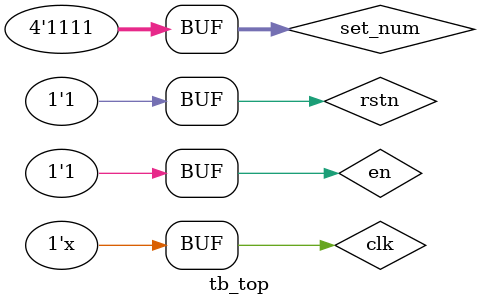
<source format=v>
`timescale 1ns / 1ps


module tb_top(

    );
reg clk;
reg rstn;
reg en;
reg [3:0] set_num;
wire [6:0] out_1;
wire [6:0] out_2;
sequential_top sq_top(.clk(clk), .rstn(rstn), .en(en), .set_num(set_num), .cnt_1(out_1), .cnt_2(out_2));
initial
begin
    clk = 0;
end
initial
begin
    rstn = 0;
    en = 0;
    #10
    en = 1;
    set_num <= 4'b1111;
    #100
    rstn = 1;
end

always #1 clk = !clk;
endmodule

</source>
